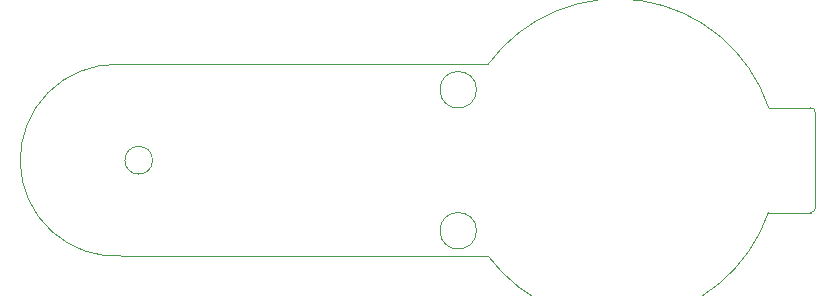
<source format=gbr>
%TF.GenerationSoftware,KiCad,Pcbnew,8.0.4*%
%TF.CreationDate,2024-08-28T21:23:47+02:00*%
%TF.ProjectId,Project1LedTorch,50726f6a-6563-4743-914c-6564546f7263,1*%
%TF.SameCoordinates,Original*%
%TF.FileFunction,Profile,NP*%
%FSLAX46Y46*%
G04 Gerber Fmt 4.6, Leading zero omitted, Abs format (unit mm)*
G04 Created by KiCad (PCBNEW 8.0.4) date 2024-08-28 21:23:47*
%MOMM*%
%LPD*%
G01*
G04 APERTURE LIST*
%TA.AperFunction,Profile*%
%ADD10C,0.050000*%
%TD*%
G04 APERTURE END LIST*
D10*
X179930977Y-102860289D02*
G75*
G02*
X156210004Y-106540178I-12835967J4448109D01*
G01*
X124841000Y-90297000D02*
X156210000Y-90297000D01*
X125240816Y-106536830D02*
G75*
G02*
X124841000Y-90297000I-528306J8111830D01*
G01*
X183515000Y-93980000D02*
X179959000Y-93980000D01*
X155215022Y-104394000D02*
G75*
G02*
X152124978Y-104394000I-1545022J0D01*
G01*
X152124978Y-104394000D02*
G75*
G02*
X155215022Y-104394000I1545022J0D01*
G01*
X183515000Y-102870000D02*
X179930977Y-102860289D01*
X156210000Y-90297000D02*
G75*
G02*
X179955552Y-93975948I10918550J-7998470D01*
G01*
X155215022Y-92456000D02*
G75*
G02*
X152124978Y-92456000I-1545022J0D01*
G01*
X152124978Y-92456000D02*
G75*
G02*
X155215022Y-92456000I1545022J0D01*
G01*
X127789882Y-98425000D02*
G75*
G02*
X125448118Y-98425000I-1170882J0D01*
G01*
X125448118Y-98425000D02*
G75*
G02*
X127789882Y-98425000I1170882J0D01*
G01*
X183896000Y-102489000D02*
G75*
G02*
X183515000Y-102870000I-381000J0D01*
G01*
X183515000Y-93980000D02*
G75*
G02*
X183896000Y-94361000I0J-381000D01*
G01*
X125240816Y-106536830D02*
X156210000Y-106540181D01*
X183896000Y-102489000D02*
X183896000Y-94361000D01*
M02*

</source>
